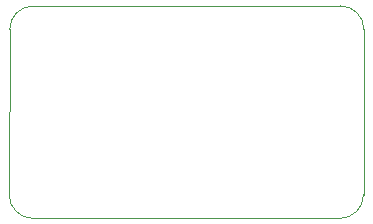
<source format=gbr>
%TF.GenerationSoftware,KiCad,Pcbnew,8.0.3*%
%TF.CreationDate,2024-06-16T20:35:08-04:00*%
%TF.ProjectId,JTAGAdapter,4a544147-4164-4617-9074-65722e6b6963,rev?*%
%TF.SameCoordinates,Original*%
%TF.FileFunction,Profile,NP*%
%FSLAX46Y46*%
G04 Gerber Fmt 4.6, Leading zero omitted, Abs format (unit mm)*
G04 Created by KiCad (PCBNEW 8.0.3) date 2024-06-16 20:35:08*
%MOMM*%
%LPD*%
G01*
G04 APERTURE LIST*
%TA.AperFunction,Profile*%
%ADD10C,0.050000*%
%TD*%
G04 APERTURE END LIST*
D10*
X116960000Y-98992500D02*
X142960000Y-98992500D01*
X115000000Y-83000000D02*
X114960000Y-96992500D01*
X145000000Y-83000000D02*
X144960000Y-96992500D01*
X117000000Y-81000000D02*
X143000000Y-81000000D01*
X144960000Y-96992500D02*
G75*
G02*
X142960000Y-98992500I-2000000J0D01*
G01*
X143000000Y-81000000D02*
G75*
G02*
X145000000Y-83000000I0J-2000000D01*
G01*
X116960000Y-98992500D02*
G75*
G02*
X114960000Y-96992500I0J2000000D01*
G01*
X115000000Y-83000000D02*
G75*
G02*
X117000000Y-81000000I2000000J0D01*
G01*
M02*

</source>
